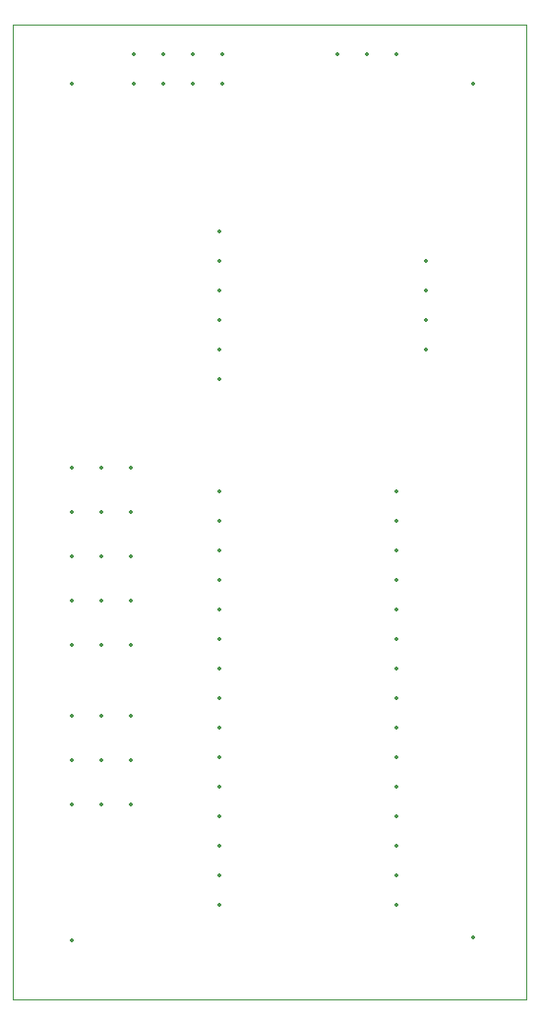
<source format=gbr>
%TF.GenerationSoftware,KiCad,Pcbnew,8.0.5-1.fc40*%
%TF.CreationDate,2024-11-02T20:46:04+01:00*%
%TF.ProjectId,PlaneController,506c616e-6543-46f6-9e74-726f6c6c6572,rev?*%
%TF.SameCoordinates,Original*%
%TF.FileFunction,Profile,NP*%
%FSLAX46Y46*%
G04 Gerber Fmt 4.6, Leading zero omitted, Abs format (unit mm)*
G04 Created by KiCad (PCBNEW 8.0.5-1.fc40) date 2024-11-02 20:46:04*
%MOMM*%
%LPD*%
G01*
G04 APERTURE LIST*
%TA.AperFunction,Profile*%
%ADD10C,0.050000*%
%TD*%
%ADD11C,0.350000*%
G04 APERTURE END LIST*
D10*
X86360000Y-27940000D02*
X130556000Y-27940000D01*
X130556000Y-111760000D01*
X86360000Y-111760000D01*
X86360000Y-27940000D01*
D11*
X96520000Y-94996000D03*
X93980000Y-94996000D03*
X91440000Y-94996000D03*
X104150000Y-68072000D03*
X104150000Y-70612000D03*
X104150000Y-73152000D03*
X104150000Y-75692000D03*
X104150000Y-78232000D03*
X104150000Y-80772000D03*
X104150000Y-83312000D03*
X104150000Y-85852000D03*
X104150000Y-88392000D03*
X104150000Y-90932000D03*
X104150000Y-93472000D03*
X104150000Y-96012000D03*
X104150000Y-98552000D03*
X104150000Y-101092000D03*
X104150000Y-103632000D03*
X119390000Y-103632000D03*
X119390000Y-101092000D03*
X119390000Y-98552000D03*
X119390000Y-96012000D03*
X119390000Y-93472000D03*
X119390000Y-90932000D03*
X119390000Y-88392000D03*
X119390000Y-85852000D03*
X119390000Y-83312000D03*
X119390000Y-80772000D03*
X119390000Y-78232000D03*
X119390000Y-75692000D03*
X119390000Y-73152000D03*
X119390000Y-70612000D03*
X119390000Y-68072000D03*
X121920000Y-48260000D03*
X121920000Y-50800000D03*
X121920000Y-53340000D03*
X121920000Y-55880000D03*
X91440000Y-33020000D03*
X91440000Y-106680000D03*
X96520000Y-87376000D03*
X93980000Y-87376000D03*
X91440000Y-87376000D03*
X96520000Y-69850000D03*
X93980000Y-69850000D03*
X91440000Y-69850000D03*
X96520000Y-66040000D03*
X93980000Y-66040000D03*
X91440000Y-66040000D03*
X96520000Y-73660000D03*
X93980000Y-73660000D03*
X91440000Y-73660000D03*
X96505000Y-81280000D03*
X93965000Y-81280000D03*
X91425000Y-81280000D03*
X96520000Y-91186000D03*
X93980000Y-91186000D03*
X91440000Y-91186000D03*
X96520000Y-77470000D03*
X93980000Y-77470000D03*
X91440000Y-77470000D03*
X125984000Y-33020000D03*
X125984000Y-106426000D03*
X114300000Y-30480000D03*
X116840000Y-30480000D03*
X119380000Y-30480000D03*
X104140000Y-45720000D03*
X104140000Y-48260000D03*
X104140000Y-50800000D03*
X104140000Y-53340000D03*
X104140000Y-55880000D03*
X104140000Y-58420000D03*
X96774000Y-33020000D03*
X96774000Y-30480000D03*
X99314000Y-33020000D03*
X99314000Y-30480000D03*
X101854000Y-33020000D03*
X101854000Y-30480000D03*
X104394000Y-33020000D03*
X104394000Y-30480000D03*
M02*

</source>
